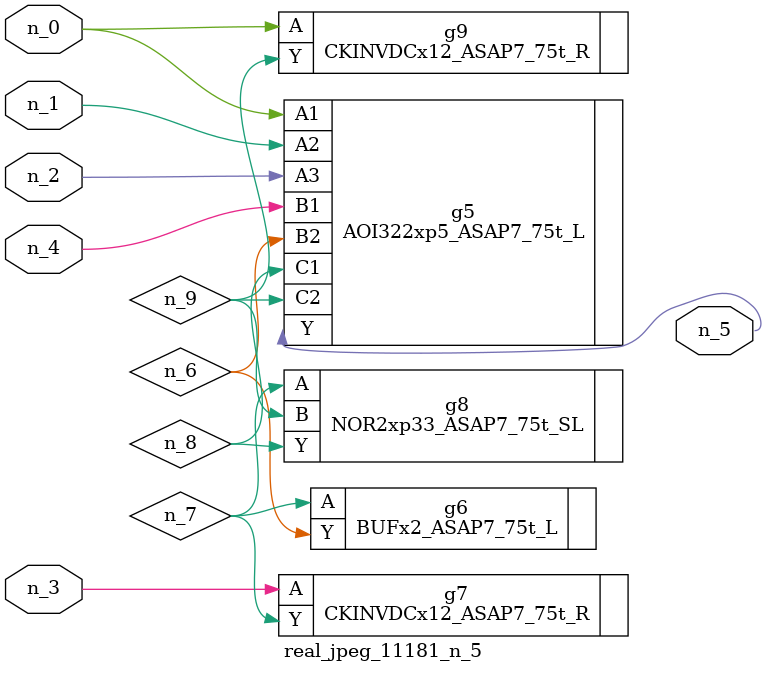
<source format=v>
module real_jpeg_11181_n_5 (n_4, n_0, n_1, n_2, n_3, n_5);

input n_4;
input n_0;
input n_1;
input n_2;
input n_3;

output n_5;

wire n_8;
wire n_6;
wire n_7;
wire n_9;

AOI322xp5_ASAP7_75t_L g5 ( 
.A1(n_0),
.A2(n_1),
.A3(n_2),
.B1(n_4),
.B2(n_6),
.C1(n_8),
.C2(n_9),
.Y(n_5)
);

CKINVDCx12_ASAP7_75t_R g9 ( 
.A(n_0),
.Y(n_9)
);

CKINVDCx12_ASAP7_75t_R g7 ( 
.A(n_3),
.Y(n_7)
);

BUFx2_ASAP7_75t_L g6 ( 
.A(n_7),
.Y(n_6)
);

NOR2xp33_ASAP7_75t_SL g8 ( 
.A(n_7),
.B(n_9),
.Y(n_8)
);


endmodule
</source>
